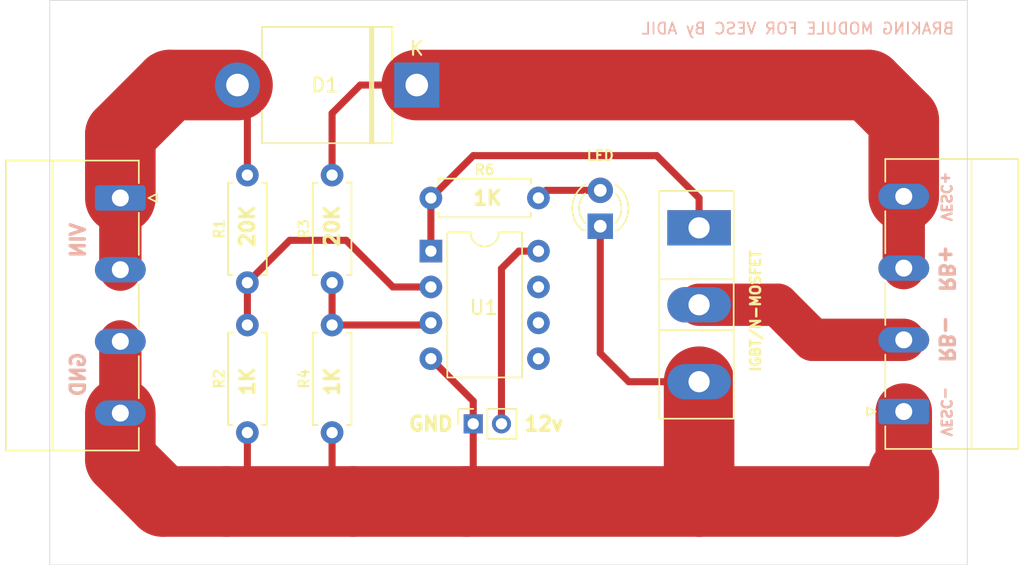
<source format=kicad_pcb>
(kicad_pcb (version 20171130) (host pcbnew "(5.1.12)-1")

  (general
    (thickness 1.6)
    (drawings 19)
    (tracks 57)
    (zones 0)
    (modules 12)
    (nets 10)
  )

  (page A4)
  (layers
    (0 F.Cu signal)
    (31 B.Cu signal)
    (32 B.Adhes user)
    (33 F.Adhes user)
    (34 B.Paste user)
    (35 F.Paste user)
    (36 B.SilkS user)
    (37 F.SilkS user)
    (38 B.Mask user)
    (39 F.Mask user)
    (40 Dwgs.User user)
    (41 Cmts.User user)
    (42 Eco1.User user)
    (43 Eco2.User user)
    (44 Edge.Cuts user)
    (45 Margin user)
    (46 B.CrtYd user hide)
    (47 F.CrtYd user)
    (48 B.Fab user hide)
    (49 F.Fab user hide)
  )

  (setup
    (last_trace_width 0.25)
    (user_trace_width 0.3)
    (user_trace_width 0.5)
    (user_trace_width 2.5)
    (user_trace_width 3)
    (user_trace_width 4)
    (user_trace_width 5)
    (trace_clearance 0.2)
    (zone_clearance 0.508)
    (zone_45_only no)
    (trace_min 0.2)
    (via_size 0.8)
    (via_drill 0.4)
    (via_min_size 0.4)
    (via_min_drill 0.3)
    (uvia_size 0.3)
    (uvia_drill 0.1)
    (uvias_allowed no)
    (uvia_min_size 0.2)
    (uvia_min_drill 0.1)
    (edge_width 0.05)
    (segment_width 0.2)
    (pcb_text_width 0.3)
    (pcb_text_size 1.5 1.5)
    (mod_edge_width 0.12)
    (mod_text_size 1 1)
    (mod_text_width 0.15)
    (pad_size 1.524 1.524)
    (pad_drill 0.762)
    (pad_to_mask_clearance 0)
    (aux_axis_origin 0 0)
    (grid_origin 160.65 68)
    (visible_elements 7FFFFFFF)
    (pcbplotparams
      (layerselection 0x010fc_ffffffff)
      (usegerberextensions false)
      (usegerberattributes true)
      (usegerberadvancedattributes true)
      (creategerberjobfile true)
      (excludeedgelayer true)
      (linewidth 0.100000)
      (plotframeref false)
      (viasonmask false)
      (mode 1)
      (useauxorigin false)
      (hpglpennumber 1)
      (hpglpenspeed 20)
      (hpglpendiameter 15.000000)
      (psnegative false)
      (psa4output false)
      (plotreference true)
      (plotvalue true)
      (plotinvisibletext false)
      (padsonsilk false)
      (subtractmaskfromsilk false)
      (outputformat 1)
      (mirror false)
      (drillshape 0)
      (scaleselection 1)
      (outputdirectory "GRBR/"))
  )

  (net 0 "")
  (net 1 "Net-(D1-Pad2)")
  (net 2 GND)
  (net 3 "Net-(D3-Pad2)")
  (net 4 R-)
  (net 5 "Net-(Q1-Pad1)")
  (net 6 "Net-(R1-Pad1)")
  (net 7 "Net-(R3-Pad1)")
  (net 8 "Net-(D1-Pad1)")
  (net 9 +12V)

  (net_class Default "This is the default net class."
    (clearance 0.2)
    (trace_width 0.25)
    (via_dia 0.8)
    (via_drill 0.4)
    (uvia_dia 0.3)
    (uvia_drill 0.1)
    (add_net +12V)
    (add_net GND)
    (add_net "Net-(D1-Pad1)")
    (add_net "Net-(D1-Pad2)")
    (add_net "Net-(D3-Pad2)")
    (add_net "Net-(Q1-Pad1)")
    (add_net "Net-(R1-Pad1)")
    (add_net "Net-(R3-Pad1)")
    (add_net R-)
  )

  (module Connector_PinSocket_2.00mm:PinSocket_1x02_P2.00mm_Vertical (layer F.Cu) (tedit 5A19A42F) (tstamp 621E331B)
    (at 157.65 115 90)
    (descr "Through hole straight socket strip, 1x02, 2.00mm pitch, single row (from Kicad 4.0.7), script generated")
    (tags "Through hole socket strip THT 1x02 2.00mm single row")
    (path /621F9667)
    (fp_text reference J3 (at 0 -2.5 90) (layer F.Fab)
      (effects (font (size 1 1) (thickness 0.15)))
    )
    (fp_text value Conn_01x02 (at 0 4.5 90) (layer F.Fab)
      (effects (font (size 1 1) (thickness 0.15)))
    )
    (fp_line (start -1.5 3.5) (end -1.5 -1.5) (layer F.CrtYd) (width 0.05))
    (fp_line (start 1.5 3.5) (end -1.5 3.5) (layer F.CrtYd) (width 0.05))
    (fp_line (start 1.5 -1.5) (end 1.5 3.5) (layer F.CrtYd) (width 0.05))
    (fp_line (start -1.5 -1.5) (end 1.5 -1.5) (layer F.CrtYd) (width 0.05))
    (fp_line (start 0 -1.06) (end 1.06 -1.06) (layer F.SilkS) (width 0.12))
    (fp_line (start 1.06 -1.06) (end 1.06 0) (layer F.SilkS) (width 0.12))
    (fp_line (start 1.06 1) (end 1.06 3.06) (layer F.SilkS) (width 0.12))
    (fp_line (start -1.06 3.06) (end 1.06 3.06) (layer F.SilkS) (width 0.12))
    (fp_line (start -1.06 1) (end -1.06 3.06) (layer F.SilkS) (width 0.12))
    (fp_line (start -1.06 1) (end 1.06 1) (layer F.SilkS) (width 0.12))
    (fp_line (start -1 3) (end -1 -1) (layer F.Fab) (width 0.1))
    (fp_line (start 1 3) (end -1 3) (layer F.Fab) (width 0.1))
    (fp_line (start 1 -0.5) (end 1 3) (layer F.Fab) (width 0.1))
    (fp_line (start 0.5 -1) (end 1 -0.5) (layer F.Fab) (width 0.1))
    (fp_line (start -1 -1) (end 0.5 -1) (layer F.Fab) (width 0.1))
    (fp_text user %R (at 0 1) (layer F.Fab)
      (effects (font (size 1 1) (thickness 0.15)))
    )
    (pad 2 thru_hole oval (at 0 2 90) (size 1.35 1.35) (drill 0.8) (layers *.Cu *.Mask)
      (net 9 +12V))
    (pad 1 thru_hole rect (at 0 0 90) (size 1.35 1.35) (drill 0.8) (layers *.Cu *.Mask)
      (net 2 GND))
    (model ${KISYS3DMOD}/Connector_PinSocket_2.00mm.3dshapes/PinSocket_1x02_P2.00mm_Vertical.wrl
      (at (xyz 0 0 0))
      (scale (xyz 1 1 1))
      (rotate (xyz 0 0 0))
    )
  )

  (module Resistor_THT:R_Axial_DIN0207_L6.3mm_D2.5mm_P7.62mm_Horizontal (layer F.Cu) (tedit 5AE5139B) (tstamp 614FC7B1)
    (at 154.65 99)
    (descr "Resistor, Axial_DIN0207 series, Axial, Horizontal, pin pitch=7.62mm, 0.25W = 1/4W, length*diameter=6.3*2.5mm^2, http://cdn-reichelt.de/documents/datenblatt/B400/1_4W%23YAG.pdf")
    (tags "Resistor Axial_DIN0207 series Axial Horizontal pin pitch 7.62mm 0.25W = 1/4W length 6.3mm diameter 2.5mm")
    (path /61501DD3)
    (fp_text reference R6 (at -1.5 0.75) (layer F.Fab)
      (effects (font (size 0.7 0.7) (thickness 0.15)))
    )
    (fp_text value 1K (at 3.81 2.37) (layer F.Fab)
      (effects (font (size 1 1) (thickness 0.15)))
    )
    (fp_line (start 8.67 -1.5) (end -1.05 -1.5) (layer F.CrtYd) (width 0.05))
    (fp_line (start 8.67 1.5) (end 8.67 -1.5) (layer F.CrtYd) (width 0.05))
    (fp_line (start -1.05 1.5) (end 8.67 1.5) (layer F.CrtYd) (width 0.05))
    (fp_line (start -1.05 -1.5) (end -1.05 1.5) (layer F.CrtYd) (width 0.05))
    (fp_line (start 7.08 1.37) (end 7.08 1.04) (layer F.SilkS) (width 0.12))
    (fp_line (start 0.54 1.37) (end 7.08 1.37) (layer F.SilkS) (width 0.12))
    (fp_line (start 0.54 1.04) (end 0.54 1.37) (layer F.SilkS) (width 0.12))
    (fp_line (start 7.08 -1.37) (end 7.08 -1.04) (layer F.SilkS) (width 0.12))
    (fp_line (start 0.54 -1.37) (end 7.08 -1.37) (layer F.SilkS) (width 0.12))
    (fp_line (start 0.54 -1.04) (end 0.54 -1.37) (layer F.SilkS) (width 0.12))
    (fp_line (start 7.62 0) (end 6.96 0) (layer F.Fab) (width 0.1))
    (fp_line (start 0 0) (end 0.66 0) (layer F.Fab) (width 0.1))
    (fp_line (start 6.96 -1.25) (end 0.66 -1.25) (layer F.Fab) (width 0.1))
    (fp_line (start 6.96 1.25) (end 6.96 -1.25) (layer F.Fab) (width 0.1))
    (fp_line (start 0.66 1.25) (end 6.96 1.25) (layer F.Fab) (width 0.1))
    (fp_line (start 0.66 -1.25) (end 0.66 1.25) (layer F.Fab) (width 0.1))
    (fp_text user %R (at 3.81 -2) (layer F.SilkS)
      (effects (font (size 0.7 0.7) (thickness 0.15)))
    )
    (pad 2 thru_hole oval (at 7.62 0) (size 1.6 1.6) (drill 0.8) (layers *.Cu *.Mask)
      (net 3 "Net-(D3-Pad2)"))
    (pad 1 thru_hole circle (at 0 0) (size 1.6 1.6) (drill 0.8) (layers *.Cu *.Mask)
      (net 5 "Net-(Q1-Pad1)"))
    (model ${KISYS3DMOD}/Resistor_THT.3dshapes/R_Axial_DIN0207_L6.3mm_D2.5mm_P7.62mm_Horizontal.wrl
      (at (xyz 0 0 0))
      (scale (xyz 1 1 1))
      (rotate (xyz 0 0 0))
    )
  )

  (module Package_TO_SOT_THT:TO-247-3_Vertical (layer F.Cu) (tedit 5AC86DC3) (tstamp 614FC71C)
    (at 173.65 101.115 270)
    (descr "TO-247-3, Vertical, RM 5.45mm, see https://toshiba.semicon-storage.com/us/product/mosfet/to-247-4l.html")
    (tags "TO-247-3 Vertical RM 5.45mm")
    (path /61506B10)
    (fp_text reference Q1 (at 2.54 -4.27 90) (layer F.Fab)
      (effects (font (size 1 1) (thickness 0.15)))
    )
    (fp_text value IRLZ44N (at 2.54 2.5 90) (layer F.Fab)
      (effects (font (size 1 1) (thickness 0.15)))
    )
    (fp_line (start 13.65 -2.59) (end -2.75 -2.59) (layer F.CrtYd) (width 0.05))
    (fp_line (start 13.65 2.95) (end 13.65 -2.59) (layer F.CrtYd) (width 0.05))
    (fp_line (start -2.75 2.95) (end 13.65 2.95) (layer F.CrtYd) (width 0.05))
    (fp_line (start -2.75 -2.59) (end -2.75 2.95) (layer F.CrtYd) (width 0.05))
    (fp_line (start 7.255 -2.451) (end 7.255 2.82) (layer F.SilkS) (width 0.12))
    (fp_line (start 3.646 -2.451) (end 3.646 2.82) (layer F.SilkS) (width 0.12))
    (fp_line (start 13.52 -2.451) (end 13.52 2.82) (layer F.SilkS) (width 0.12))
    (fp_line (start -2.62 -2.451) (end -2.62 2.82) (layer F.SilkS) (width 0.12))
    (fp_line (start -2.62 2.82) (end 13.52 2.82) (layer F.SilkS) (width 0.12))
    (fp_line (start -2.62 -2.451) (end 13.52 -2.451) (layer F.SilkS) (width 0.12))
    (fp_line (start 7.255 -2.33) (end 7.255 2.7) (layer F.Fab) (width 0.1))
    (fp_line (start 3.645 -2.33) (end 3.645 2.7) (layer F.Fab) (width 0.1))
    (fp_line (start 13.4 -2.33) (end -2.5 -2.33) (layer F.Fab) (width 0.1))
    (fp_line (start 13.4 2.7) (end 13.4 -2.33) (layer F.Fab) (width 0.1))
    (fp_line (start -2.5 2.7) (end 13.4 2.7) (layer F.Fab) (width 0.1))
    (fp_line (start -2.5 -2.33) (end -2.5 2.7) (layer F.Fab) (width 0.1))
    (fp_text user %R (at 2.54 -4.27 90) (layer F.Fab)
      (effects (font (size 1 1) (thickness 0.15)))
    )
    (pad 3 thru_hole oval (at 10.9 0 270) (size 2.5 4.5) (drill 1.5) (layers *.Cu *.Mask)
      (net 2 GND))
    (pad 2 thru_hole oval (at 5.45 0 270) (size 2.5 4.5) (drill 1.5) (layers *.Cu *.Mask)
      (net 4 R-))
    (pad 1 thru_hole rect (at 0 0 270) (size 2.5 4.5) (drill 1.5) (layers *.Cu *.Mask)
      (net 5 "Net-(Q1-Pad1)"))
    (model ${KISYS3DMOD}/Package_TO_SOT_THT.3dshapes/TO-247-3_Vertical.wrl
      (at (xyz 0 0 0))
      (scale (xyz 1 1 1))
      (rotate (xyz 0 0 0))
    )
  )

  (module Resistor_THT:R_Axial_DIN0207_L6.3mm_D2.5mm_P7.62mm_Horizontal (layer F.Cu) (tedit 5AE5139B) (tstamp 614FC7A4)
    (at 147.65 108 270)
    (descr "Resistor, Axial_DIN0207 series, Axial, Horizontal, pin pitch=7.62mm, 0.25W = 1/4W, length*diameter=6.3*2.5mm^2, http://cdn-reichelt.de/documents/datenblatt/B400/1_4W%23YAG.pdf")
    (tags "Resistor Axial_DIN0207 series Axial Horizontal pin pitch 7.62mm 0.25W = 1/4W length 6.3mm diameter 2.5mm")
    (path /614F8368)
    (fp_text reference R4 (at 3.810001 2 90) (layer F.SilkS)
      (effects (font (size 0.7 0.7) (thickness 0.15)))
    )
    (fp_text value 1K (at 3.81 2.37 90) (layer F.Fab)
      (effects (font (size 1 1) (thickness 0.15)))
    )
    (fp_line (start 8.67 -1.5) (end -1.05 -1.5) (layer F.CrtYd) (width 0.05))
    (fp_line (start 8.67 1.5) (end 8.67 -1.5) (layer F.CrtYd) (width 0.05))
    (fp_line (start -1.05 1.5) (end 8.67 1.5) (layer F.CrtYd) (width 0.05))
    (fp_line (start -1.05 -1.5) (end -1.05 1.5) (layer F.CrtYd) (width 0.05))
    (fp_line (start 7.08 1.37) (end 7.08 1.04) (layer F.SilkS) (width 0.12))
    (fp_line (start 0.54 1.37) (end 7.08 1.37) (layer F.SilkS) (width 0.12))
    (fp_line (start 0.54 1.04) (end 0.54 1.37) (layer F.SilkS) (width 0.12))
    (fp_line (start 7.08 -1.37) (end 7.08 -1.04) (layer F.SilkS) (width 0.12))
    (fp_line (start 0.54 -1.37) (end 7.08 -1.37) (layer F.SilkS) (width 0.12))
    (fp_line (start 0.54 -1.04) (end 0.54 -1.37) (layer F.SilkS) (width 0.12))
    (fp_line (start 7.62 0) (end 6.96 0) (layer F.Fab) (width 0.1))
    (fp_line (start 0 0) (end 0.66 0) (layer F.Fab) (width 0.1))
    (fp_line (start 6.96 -1.25) (end 0.66 -1.25) (layer F.Fab) (width 0.1))
    (fp_line (start 6.96 1.25) (end 6.96 -1.25) (layer F.Fab) (width 0.1))
    (fp_line (start 0.66 1.25) (end 6.96 1.25) (layer F.Fab) (width 0.1))
    (fp_line (start 0.66 -1.25) (end 0.66 1.25) (layer F.Fab) (width 0.1))
    (fp_text user %R (at 3.81 0 90) (layer F.Fab)
      (effects (font (size 1 1) (thickness 0.15)))
    )
    (pad 2 thru_hole oval (at 7.62 0 270) (size 1.6 1.6) (drill 0.8) (layers *.Cu *.Mask)
      (net 2 GND))
    (pad 1 thru_hole circle (at 0 0 270) (size 1.6 1.6) (drill 0.8) (layers *.Cu *.Mask)
      (net 7 "Net-(R3-Pad1)"))
    (model ${KISYS3DMOD}/Resistor_THT.3dshapes/R_Axial_DIN0207_L6.3mm_D2.5mm_P7.62mm_Horizontal.wrl
      (at (xyz 0 0 0))
      (scale (xyz 1 1 1))
      (rotate (xyz 0 0 0))
    )
  )

  (module Resistor_THT:R_Axial_DIN0207_L6.3mm_D2.5mm_P7.62mm_Horizontal (layer F.Cu) (tedit 5AE5139B) (tstamp 614FC7CD)
    (at 147.65 105 90)
    (descr "Resistor, Axial_DIN0207 series, Axial, Horizontal, pin pitch=7.62mm, 0.25W = 1/4W, length*diameter=6.3*2.5mm^2, http://cdn-reichelt.de/documents/datenblatt/B400/1_4W%23YAG.pdf")
    (tags "Resistor Axial_DIN0207 series Axial Horizontal pin pitch 7.62mm 0.25W = 1/4W length 6.3mm diameter 2.5mm")
    (path /614F971A)
    (fp_text reference R3 (at 3.809999 -2 90) (layer F.SilkS)
      (effects (font (size 0.7 0.7) (thickness 0.125)))
    )
    (fp_text value 20K (at 3.81 2.37 90) (layer F.Fab)
      (effects (font (size 1 1) (thickness 0.15)))
    )
    (fp_line (start 8.67 -1.5) (end -1.05 -1.5) (layer F.CrtYd) (width 0.05))
    (fp_line (start 8.67 1.5) (end 8.67 -1.5) (layer F.CrtYd) (width 0.05))
    (fp_line (start -1.05 1.5) (end 8.67 1.5) (layer F.CrtYd) (width 0.05))
    (fp_line (start -1.05 -1.5) (end -1.05 1.5) (layer F.CrtYd) (width 0.05))
    (fp_line (start 7.08 1.37) (end 7.08 1.04) (layer F.SilkS) (width 0.12))
    (fp_line (start 0.54 1.37) (end 7.08 1.37) (layer F.SilkS) (width 0.12))
    (fp_line (start 0.54 1.04) (end 0.54 1.37) (layer F.SilkS) (width 0.12))
    (fp_line (start 7.08 -1.37) (end 7.08 -1.04) (layer F.SilkS) (width 0.12))
    (fp_line (start 0.54 -1.37) (end 7.08 -1.37) (layer F.SilkS) (width 0.12))
    (fp_line (start 0.54 -1.04) (end 0.54 -1.37) (layer F.SilkS) (width 0.12))
    (fp_line (start 7.62 0) (end 6.96 0) (layer F.Fab) (width 0.1))
    (fp_line (start 0 0) (end 0.66 0) (layer F.Fab) (width 0.1))
    (fp_line (start 6.96 -1.25) (end 0.66 -1.25) (layer F.Fab) (width 0.1))
    (fp_line (start 6.96 1.25) (end 6.96 -1.25) (layer F.Fab) (width 0.1))
    (fp_line (start 0.66 1.25) (end 6.96 1.25) (layer F.Fab) (width 0.1))
    (fp_line (start 0.66 -1.25) (end 0.66 1.25) (layer F.Fab) (width 0.1))
    (fp_text user %R (at 3.81 0 90) (layer F.Fab)
      (effects (font (size 1 1) (thickness 0.15)))
    )
    (pad 2 thru_hole oval (at 7.62 0 90) (size 1.6 1.6) (drill 0.8) (layers *.Cu *.Mask)
      (net 8 "Net-(D1-Pad1)"))
    (pad 1 thru_hole circle (at 0 0 90) (size 1.6 1.6) (drill 0.8) (layers *.Cu *.Mask)
      (net 7 "Net-(R3-Pad1)"))
    (model ${KISYS3DMOD}/Resistor_THT.3dshapes/R_Axial_DIN0207_L6.3mm_D2.5mm_P7.62mm_Horizontal.wrl
      (at (xyz 0 0 0))
      (scale (xyz 1 1 1))
      (rotate (xyz 0 0 0))
    )
  )

  (module Resistor_THT:R_Axial_DIN0207_L6.3mm_D2.5mm_P7.62mm_Horizontal (layer F.Cu) (tedit 5AE5139B) (tstamp 614FC78A)
    (at 141.65 108 270)
    (descr "Resistor, Axial_DIN0207 series, Axial, Horizontal, pin pitch=7.62mm, 0.25W = 1/4W, length*diameter=6.3*2.5mm^2, http://cdn-reichelt.de/documents/datenblatt/B400/1_4W%23YAG.pdf")
    (tags "Resistor Axial_DIN0207 series Axial Horizontal pin pitch 7.62mm 0.25W = 1/4W length 6.3mm diameter 2.5mm")
    (path /614F8E8B)
    (fp_text reference R2 (at 3.810001 2 90) (layer F.SilkS)
      (effects (font (size 0.7 0.7) (thickness 0.15)))
    )
    (fp_text value 1K (at 3.81 2.37 90) (layer F.Fab)
      (effects (font (size 1 1) (thickness 0.15)))
    )
    (fp_line (start 8.67 -1.5) (end -1.05 -1.5) (layer F.CrtYd) (width 0.05))
    (fp_line (start 8.67 1.5) (end 8.67 -1.5) (layer F.CrtYd) (width 0.05))
    (fp_line (start -1.05 1.5) (end 8.67 1.5) (layer F.CrtYd) (width 0.05))
    (fp_line (start -1.05 -1.5) (end -1.05 1.5) (layer F.CrtYd) (width 0.05))
    (fp_line (start 7.08 1.37) (end 7.08 1.04) (layer F.SilkS) (width 0.12))
    (fp_line (start 0.54 1.37) (end 7.08 1.37) (layer F.SilkS) (width 0.12))
    (fp_line (start 0.54 1.04) (end 0.54 1.37) (layer F.SilkS) (width 0.12))
    (fp_line (start 7.08 -1.37) (end 7.08 -1.04) (layer F.SilkS) (width 0.12))
    (fp_line (start 0.54 -1.37) (end 7.08 -1.37) (layer F.SilkS) (width 0.12))
    (fp_line (start 0.54 -1.04) (end 0.54 -1.37) (layer F.SilkS) (width 0.12))
    (fp_line (start 7.62 0) (end 6.96 0) (layer F.Fab) (width 0.1))
    (fp_line (start 0 0) (end 0.66 0) (layer F.Fab) (width 0.1))
    (fp_line (start 6.96 -1.25) (end 0.66 -1.25) (layer F.Fab) (width 0.1))
    (fp_line (start 6.96 1.25) (end 6.96 -1.25) (layer F.Fab) (width 0.1))
    (fp_line (start 0.66 1.25) (end 6.96 1.25) (layer F.Fab) (width 0.1))
    (fp_line (start 0.66 -1.25) (end 0.66 1.25) (layer F.Fab) (width 0.1))
    (fp_text user %R (at 3.81 0 90) (layer F.Fab)
      (effects (font (size 1 1) (thickness 0.15)))
    )
    (pad 2 thru_hole oval (at 7.62 0 270) (size 1.6 1.6) (drill 0.8) (layers *.Cu *.Mask)
      (net 2 GND))
    (pad 1 thru_hole circle (at 0 0 270) (size 1.6 1.6) (drill 0.8) (layers *.Cu *.Mask)
      (net 6 "Net-(R1-Pad1)"))
    (model ${KISYS3DMOD}/Resistor_THT.3dshapes/R_Axial_DIN0207_L6.3mm_D2.5mm_P7.62mm_Horizontal.wrl
      (at (xyz 0 0 0))
      (scale (xyz 1 1 1))
      (rotate (xyz 0 0 0))
    )
  )

  (module Resistor_THT:R_Axial_DIN0207_L6.3mm_D2.5mm_P7.62mm_Horizontal (layer F.Cu) (tedit 5AE5139B) (tstamp 614FC797)
    (at 141.65 105 90)
    (descr "Resistor, Axial_DIN0207 series, Axial, Horizontal, pin pitch=7.62mm, 0.25W = 1/4W, length*diameter=6.3*2.5mm^2, http://cdn-reichelt.de/documents/datenblatt/B400/1_4W%23YAG.pdf")
    (tags "Resistor Axial_DIN0207 series Axial Horizontal pin pitch 7.62mm 0.25W = 1/4W length 6.3mm diameter 2.5mm")
    (path /614F9FF8)
    (fp_text reference R1 (at 3.809999 -2 90) (layer F.SilkS)
      (effects (font (size 0.7 0.7) (thickness 0.15)))
    )
    (fp_text value 20K (at 3.81 2.37 90) (layer F.Fab)
      (effects (font (size 1 1) (thickness 0.15)))
    )
    (fp_line (start 8.67 -1.5) (end -1.05 -1.5) (layer F.CrtYd) (width 0.05))
    (fp_line (start 8.67 1.5) (end 8.67 -1.5) (layer F.CrtYd) (width 0.05))
    (fp_line (start -1.05 1.5) (end 8.67 1.5) (layer F.CrtYd) (width 0.05))
    (fp_line (start -1.05 -1.5) (end -1.05 1.5) (layer F.CrtYd) (width 0.05))
    (fp_line (start 7.08 1.37) (end 7.08 1.04) (layer F.SilkS) (width 0.12))
    (fp_line (start 0.54 1.37) (end 7.08 1.37) (layer F.SilkS) (width 0.12))
    (fp_line (start 0.54 1.04) (end 0.54 1.37) (layer F.SilkS) (width 0.12))
    (fp_line (start 7.08 -1.37) (end 7.08 -1.04) (layer F.SilkS) (width 0.12))
    (fp_line (start 0.54 -1.37) (end 7.08 -1.37) (layer F.SilkS) (width 0.12))
    (fp_line (start 0.54 -1.04) (end 0.54 -1.37) (layer F.SilkS) (width 0.12))
    (fp_line (start 7.62 0) (end 6.96 0) (layer F.Fab) (width 0.1))
    (fp_line (start 0 0) (end 0.66 0) (layer F.Fab) (width 0.1))
    (fp_line (start 6.96 -1.25) (end 0.66 -1.25) (layer F.Fab) (width 0.1))
    (fp_line (start 6.96 1.25) (end 6.96 -1.25) (layer F.Fab) (width 0.1))
    (fp_line (start 0.66 1.25) (end 6.96 1.25) (layer F.Fab) (width 0.1))
    (fp_line (start 0.66 -1.25) (end 0.66 1.25) (layer F.Fab) (width 0.1))
    (fp_text user %R (at 3.81 0 90) (layer F.Fab)
      (effects (font (size 1 1) (thickness 0.15)))
    )
    (pad 2 thru_hole oval (at 7.62 0 90) (size 1.6 1.6) (drill 0.8) (layers *.Cu *.Mask)
      (net 1 "Net-(D1-Pad2)"))
    (pad 1 thru_hole circle (at 0 0 90) (size 1.6 1.6) (drill 0.8) (layers *.Cu *.Mask)
      (net 6 "Net-(R1-Pad1)"))
    (model ${KISYS3DMOD}/Resistor_THT.3dshapes/R_Axial_DIN0207_L6.3mm_D2.5mm_P7.62mm_Horizontal.wrl
      (at (xyz 0 0 0))
      (scale (xyz 1 1 1))
      (rotate (xyz 0 0 0))
    )
  )

  (module Connector_Phoenix_MC_HighVoltage:PhoenixContact_MC_1,5_4-G-5.08_1x04_P5.08mm_Horizontal (layer F.Cu) (tedit 5B784ED2) (tstamp 614FC76C)
    (at 132.65 99 270)
    (descr "Generic Phoenix Contact connector footprint for: MC_1,5/4-G-5.08; number of pins: 04; pin pitch: 5.08mm; Angled || order number: 1836202 8A 320V")
    (tags "phoenix_contact connector MC_01x04_G_5.08mm")
    (path /61516300)
    (fp_text reference J1 (at 7.62 -3 90) (layer F.Fab)
      (effects (font (size 1 1) (thickness 0.15)))
    )
    (fp_text value Screw_Terminal_01x04 (at 7.62 9.2 90) (layer F.Fab)
      (effects (font (size 1 1) (thickness 0.15)))
    )
    (fp_line (start 0 0) (end -0.8 -1.2) (layer F.Fab) (width 0.1))
    (fp_line (start 0.8 -1.2) (end 0 0) (layer F.Fab) (width 0.1))
    (fp_line (start -0.3 -2.6) (end 0.3 -2.6) (layer F.SilkS) (width 0.12))
    (fp_line (start 0 -2) (end -0.3 -2.6) (layer F.SilkS) (width 0.12))
    (fp_line (start 0.3 -2.6) (end 0 -2) (layer F.SilkS) (width 0.12))
    (fp_line (start 18.28 -2.3) (end -3.15 -2.3) (layer F.CrtYd) (width 0.05))
    (fp_line (start 18.28 8.5) (end 18.28 -2.3) (layer F.CrtYd) (width 0.05))
    (fp_line (start -3.15 8.5) (end 18.28 8.5) (layer F.CrtYd) (width 0.05))
    (fp_line (start -3.15 -2.3) (end -3.15 8.5) (layer F.CrtYd) (width 0.05))
    (fp_line (start -2.65 4.8) (end 17.89 4.8) (layer F.SilkS) (width 0.12))
    (fp_line (start 17.78 -1.2) (end -2.54 -1.2) (layer F.Fab) (width 0.1))
    (fp_line (start 17.78 8) (end 17.78 -1.2) (layer F.Fab) (width 0.1))
    (fp_line (start -2.54 8) (end 17.78 8) (layer F.Fab) (width 0.1))
    (fp_line (start -2.54 -1.2) (end -2.54 8) (layer F.Fab) (width 0.1))
    (fp_line (start 11.21 -1.31) (end 14.19 -1.31) (layer F.SilkS) (width 0.12))
    (fp_line (start 6.13 -1.31) (end 9.11 -1.31) (layer F.SilkS) (width 0.12))
    (fp_line (start 1.05 -1.31) (end 4.03 -1.31) (layer F.SilkS) (width 0.12))
    (fp_line (start 17.89 -1.31) (end 16.29 -1.31) (layer F.SilkS) (width 0.12))
    (fp_line (start -2.65 -1.31) (end -1.05 -1.31) (layer F.SilkS) (width 0.12))
    (fp_line (start 17.89 8.11) (end 17.89 -1.31) (layer F.SilkS) (width 0.12))
    (fp_line (start -2.65 8.11) (end 17.89 8.11) (layer F.SilkS) (width 0.12))
    (fp_line (start -2.65 -1.31) (end -2.65 8.11) (layer F.SilkS) (width 0.12))
    (fp_text user %R (at 7.62 -0.5 90) (layer F.Fab)
      (effects (font (size 1 1) (thickness 0.15)))
    )
    (pad 1 thru_hole roundrect (at 0 0 270) (size 1.8 3.6) (drill 1.2) (layers *.Cu *.Mask) (roundrect_rratio 0.1388888888888889)
      (net 1 "Net-(D1-Pad2)"))
    (pad 2 thru_hole oval (at 5.08 0 270) (size 1.8 3.6) (drill 1.2) (layers *.Cu *.Mask)
      (net 1 "Net-(D1-Pad2)"))
    (pad 3 thru_hole oval (at 10.16 0 270) (size 1.8 3.6) (drill 1.2) (layers *.Cu *.Mask)
      (net 2 GND))
    (pad 4 thru_hole oval (at 15.24 0 270) (size 1.8 3.6) (drill 1.2) (layers *.Cu *.Mask)
      (net 2 GND))
    (model ${KISYS3DMOD}/Connector_Phoenix_MC_HighVoltage.3dshapes/PhoenixContact_MC_1,5_4-G-5.08_1x04_P5.08mm_Horizontal.wrl
      (at (xyz 0 0 0))
      (scale (xyz 1 1 1))
      (rotate (xyz 0 0 0))
    )
  )

  (module Connector_Phoenix_MC_HighVoltage:PhoenixContact_MC_1,5_4-G-5.08_1x04_P5.08mm_Horizontal (layer F.Cu) (tedit 5B784ED2) (tstamp 614FC735)
    (at 188.15 114.13 90)
    (descr "Generic Phoenix Contact connector footprint for: MC_1,5/4-G-5.08; number of pins: 04; pin pitch: 5.08mm; Angled || order number: 1836202 8A 320V")
    (tags "phoenix_contact connector MC_01x04_G_5.08mm")
    (path /61515978)
    (fp_text reference J2 (at 7.62 -3 90) (layer F.Fab)
      (effects (font (size 1 1) (thickness 0.15)))
    )
    (fp_text value Screw_Terminal_01x04 (at 7.62 9.2 90) (layer F.Fab)
      (effects (font (size 1 1) (thickness 0.15)))
    )
    (fp_line (start 0 0) (end -0.8 -1.2) (layer F.Fab) (width 0.1))
    (fp_line (start 0.8 -1.2) (end 0 0) (layer F.Fab) (width 0.1))
    (fp_line (start -0.3 -2.6) (end 0.3 -2.6) (layer F.SilkS) (width 0.12))
    (fp_line (start 0 -2) (end -0.3 -2.6) (layer F.SilkS) (width 0.12))
    (fp_line (start 0.3 -2.6) (end 0 -2) (layer F.SilkS) (width 0.12))
    (fp_line (start 18.28 -2.3) (end -3.15 -2.3) (layer F.CrtYd) (width 0.05))
    (fp_line (start 18.28 8.5) (end 18.28 -2.3) (layer F.CrtYd) (width 0.05))
    (fp_line (start -3.15 8.5) (end 18.28 8.5) (layer F.CrtYd) (width 0.05))
    (fp_line (start -3.15 -2.3) (end -3.15 8.5) (layer F.CrtYd) (width 0.05))
    (fp_line (start -2.65 4.8) (end 17.89 4.8) (layer F.SilkS) (width 0.12))
    (fp_line (start 17.78 -1.2) (end -2.54 -1.2) (layer F.Fab) (width 0.1))
    (fp_line (start 17.78 8) (end 17.78 -1.2) (layer F.Fab) (width 0.1))
    (fp_line (start -2.54 8) (end 17.78 8) (layer F.Fab) (width 0.1))
    (fp_line (start -2.54 -1.2) (end -2.54 8) (layer F.Fab) (width 0.1))
    (fp_line (start 11.21 -1.31) (end 14.19 -1.31) (layer F.SilkS) (width 0.12))
    (fp_line (start 6.13 -1.31) (end 9.11 -1.31) (layer F.SilkS) (width 0.12))
    (fp_line (start 1.05 -1.31) (end 4.03 -1.31) (layer F.SilkS) (width 0.12))
    (fp_line (start 17.89 -1.31) (end 16.29 -1.31) (layer F.SilkS) (width 0.12))
    (fp_line (start -2.65 -1.31) (end -1.05 -1.31) (layer F.SilkS) (width 0.12))
    (fp_line (start 17.89 8.11) (end 17.89 -1.31) (layer F.SilkS) (width 0.12))
    (fp_line (start -2.65 8.11) (end 17.89 8.11) (layer F.SilkS) (width 0.12))
    (fp_line (start -2.65 -1.31) (end -2.65 8.11) (layer F.SilkS) (width 0.12))
    (fp_text user %R (at 7.62 -0.5 90) (layer F.Fab)
      (effects (font (size 1 1) (thickness 0.15)))
    )
    (pad 1 thru_hole roundrect (at 0 0 90) (size 1.8 3.6) (drill 1.2) (layers *.Cu *.Mask) (roundrect_rratio 0.1388888888888889)
      (net 2 GND))
    (pad 2 thru_hole oval (at 5.08 0 90) (size 1.8 3.6) (drill 1.2) (layers *.Cu *.Mask)
      (net 4 R-))
    (pad 3 thru_hole oval (at 10.16 0 90) (size 1.8 3.6) (drill 1.2) (layers *.Cu *.Mask)
      (net 8 "Net-(D1-Pad1)"))
    (pad 4 thru_hole oval (at 15.24 0 90) (size 1.8 3.6) (drill 1.2) (layers *.Cu *.Mask)
      (net 8 "Net-(D1-Pad1)"))
    (model ${KISYS3DMOD}/Connector_Phoenix_MC_HighVoltage.3dshapes/PhoenixContact_MC_1,5_4-G-5.08_1x04_P5.08mm_Horizontal.wrl
      (at (xyz 0 0 0))
      (scale (xyz 1 1 1))
      (rotate (xyz 0 0 0))
    )
  )

  (module LED_THT:LED_D3.0mm (layer F.Cu) (tedit 587A3A7B) (tstamp 614FC6EF)
    (at 166.65 101 90)
    (descr "LED, diameter 3.0mm, 2 pins")
    (tags "LED diameter 3.0mm 2 pins")
    (path /61502CAC)
    (fp_text reference LED (at 5 0 180) (layer F.SilkS)
      (effects (font (size 0.7 0.7) (thickness 0.15)))
    )
    (fp_text value LED (at 1.27 2.96 90) (layer F.Fab)
      (effects (font (size 1 1) (thickness 0.15)))
    )
    (fp_line (start 3.7 -2.25) (end -1.15 -2.25) (layer F.CrtYd) (width 0.05))
    (fp_line (start 3.7 2.25) (end 3.7 -2.25) (layer F.CrtYd) (width 0.05))
    (fp_line (start -1.15 2.25) (end 3.7 2.25) (layer F.CrtYd) (width 0.05))
    (fp_line (start -1.15 -2.25) (end -1.15 2.25) (layer F.CrtYd) (width 0.05))
    (fp_line (start -0.29 1.08) (end -0.29 1.236) (layer F.SilkS) (width 0.12))
    (fp_line (start -0.29 -1.236) (end -0.29 -1.08) (layer F.SilkS) (width 0.12))
    (fp_line (start -0.23 -1.16619) (end -0.23 1.16619) (layer F.Fab) (width 0.1))
    (fp_circle (center 1.27 0) (end 2.77 0) (layer F.Fab) (width 0.1))
    (fp_arc (start 1.27 0) (end -0.23 -1.16619) (angle 284.3) (layer F.Fab) (width 0.1))
    (fp_arc (start 1.27 0) (end -0.29 -1.235516) (angle 108.8) (layer F.SilkS) (width 0.12))
    (fp_arc (start 1.27 0) (end -0.29 1.235516) (angle -108.8) (layer F.SilkS) (width 0.12))
    (fp_arc (start 1.27 0) (end 0.229039 -1.08) (angle 87.9) (layer F.SilkS) (width 0.12))
    (fp_arc (start 1.27 0) (end 0.229039 1.08) (angle -87.9) (layer F.SilkS) (width 0.12))
    (pad 1 thru_hole rect (at 0 0 90) (size 1.8 1.8) (drill 0.9) (layers *.Cu *.Mask)
      (net 2 GND))
    (pad 2 thru_hole circle (at 2.54 0 90) (size 1.8 1.8) (drill 0.9) (layers *.Cu *.Mask)
      (net 3 "Net-(D3-Pad2)"))
    (model ${KISYS3DMOD}/LED_THT.3dshapes/LED_D3.0mm.wrl
      (at (xyz 0 0 0))
      (scale (xyz 1 1 1))
      (rotate (xyz 0 0 0))
    )
  )

  (module Diode_THT:D_5KPW_P12.70mm_Horizontal (layer F.Cu) (tedit 5AE50CD5) (tstamp 614FC6C3)
    (at 153.65 91 180)
    (descr "Diode, 5KPW series, Axial, Horizontal, pin pitch=12.7mm, , length*diameter=9*8mm^2, , http://www.diodes.com/_files/packages/8686949.gif")
    (tags "Diode 5KPW series Axial Horizontal pin pitch 12.7mm  length 9mm diameter 8mm")
    (path /614FD07E)
    (fp_text reference D1 (at 6.5 0) (layer F.SilkS)
      (effects (font (size 1 1) (thickness 0.15)))
    )
    (fp_text value D_Small (at 3.81 5.12) (layer F.Fab)
      (effects (font (size 1 1) (thickness 0.15)))
    )
    (fp_line (start 1.85 -4) (end 1.85 4) (layer F.Fab) (width 0.1))
    (fp_line (start 1.85 4) (end 10.85 4) (layer F.Fab) (width 0.1))
    (fp_line (start 10.85 4) (end 10.85 -4) (layer F.Fab) (width 0.1))
    (fp_line (start 10.85 -4) (end 1.85 -4) (layer F.Fab) (width 0.1))
    (fp_line (start 0 0) (end 1.85 0) (layer F.Fab) (width 0.1))
    (fp_line (start 12.7 0) (end 10.85 0) (layer F.Fab) (width 0.1))
    (fp_line (start 3.2 -4) (end 3.2 4) (layer F.Fab) (width 0.1))
    (fp_line (start 3.3 -4) (end 3.3 4) (layer F.Fab) (width 0.1))
    (fp_line (start 3.1 -4) (end 3.1 4) (layer F.Fab) (width 0.1))
    (fp_line (start 1.73 -1.84) (end 1.73 -4.12) (layer F.SilkS) (width 0.12))
    (fp_line (start 1.73 -4.12) (end 10.97 -4.12) (layer F.SilkS) (width 0.12))
    (fp_line (start 10.97 -4.12) (end 10.97 -1.84) (layer F.SilkS) (width 0.12))
    (fp_line (start 1.73 1.84) (end 1.73 4.12) (layer F.SilkS) (width 0.12))
    (fp_line (start 1.73 4.12) (end 10.97 4.12) (layer F.SilkS) (width 0.12))
    (fp_line (start 10.97 4.12) (end 10.97 1.84) (layer F.SilkS) (width 0.12))
    (fp_line (start 3.2 -4.12) (end 3.2 4.12) (layer F.SilkS) (width 0.12))
    (fp_line (start 3.32 -4.12) (end 3.32 4.12) (layer F.SilkS) (width 0.12))
    (fp_line (start 3.08 -4.12) (end 3.08 4.12) (layer F.SilkS) (width 0.12))
    (fp_line (start -1.85 -4.25) (end -1.85 4.25) (layer F.CrtYd) (width 0.05))
    (fp_line (start -1.85 4.25) (end 14.55 4.25) (layer F.CrtYd) (width 0.05))
    (fp_line (start 14.55 4.25) (end 14.55 -4.25) (layer F.CrtYd) (width 0.05))
    (fp_line (start 14.55 -4.25) (end -1.85 -4.25) (layer F.CrtYd) (width 0.05))
    (fp_text user %R (at 7.62 -2.1) (layer F.Fab)
      (effects (font (size 1 1) (thickness 0.15)))
    )
    (fp_text user K (at 0 2.6) (layer F.Fab)
      (effects (font (size 1 1) (thickness 0.15)))
    )
    (fp_text user K (at 0 2.6) (layer F.SilkS)
      (effects (font (size 1 1) (thickness 0.15)))
    )
    (pad 1 thru_hole rect (at 0 0 180) (size 3.2 3.2) (drill 1.6) (layers *.Cu *.Mask)
      (net 8 "Net-(D1-Pad1)"))
    (pad 2 thru_hole oval (at 12.7 0 180) (size 3.2 3.2) (drill 1.6) (layers *.Cu *.Mask)
      (net 1 "Net-(D1-Pad2)"))
    (model ${KISYS3DMOD}/Diode_THT.3dshapes/D_5KPW_P12.70mm_Horizontal.wrl
      (at (xyz 0 0 0))
      (scale (xyz 1 1 1))
      (rotate (xyz 0 0 0))
    )
  )

  (module Package_DIP:DIP-8_W7.62mm (layer F.Cu) (tedit 5A02E8C5) (tstamp 614FC701)
    (at 154.65 102.765)
    (descr "8-lead though-hole mounted DIP package, row spacing 7.62 mm (300 mils)")
    (tags "THT DIP DIL PDIP 2.54mm 7.62mm 300mil")
    (path /614EE209)
    (fp_text reference U1 (at 3.75 4) (layer F.SilkS)
      (effects (font (size 1 1) (thickness 0.15)))
    )
    (fp_text value LM358 (at 3.81 9.95) (layer F.Fab)
      (effects (font (size 1 1) (thickness 0.15)))
    )
    (fp_line (start 1.635 -1.27) (end 6.985 -1.27) (layer F.Fab) (width 0.1))
    (fp_line (start 6.985 -1.27) (end 6.985 8.89) (layer F.Fab) (width 0.1))
    (fp_line (start 6.985 8.89) (end 0.635 8.89) (layer F.Fab) (width 0.1))
    (fp_line (start 0.635 8.89) (end 0.635 -0.27) (layer F.Fab) (width 0.1))
    (fp_line (start 0.635 -0.27) (end 1.635 -1.27) (layer F.Fab) (width 0.1))
    (fp_line (start 2.81 -1.33) (end 1.16 -1.33) (layer F.SilkS) (width 0.12))
    (fp_line (start 1.16 -1.33) (end 1.16 8.95) (layer F.SilkS) (width 0.12))
    (fp_line (start 1.16 8.95) (end 6.46 8.95) (layer F.SilkS) (width 0.12))
    (fp_line (start 6.46 8.95) (end 6.46 -1.33) (layer F.SilkS) (width 0.12))
    (fp_line (start 6.46 -1.33) (end 4.81 -1.33) (layer F.SilkS) (width 0.12))
    (fp_line (start -1.1 -1.55) (end -1.1 9.15) (layer F.CrtYd) (width 0.05))
    (fp_line (start -1.1 9.15) (end 8.7 9.15) (layer F.CrtYd) (width 0.05))
    (fp_line (start 8.7 9.15) (end 8.7 -1.55) (layer F.CrtYd) (width 0.05))
    (fp_line (start 8.7 -1.55) (end -1.1 -1.55) (layer F.CrtYd) (width 0.05))
    (fp_arc (start 3.81 -1.33) (end 2.81 -1.33) (angle -180) (layer F.SilkS) (width 0.12))
    (fp_text user %R (at 3.81 3.81) (layer F.Fab)
      (effects (font (size 1 1) (thickness 0.15)))
    )
    (pad 1 thru_hole rect (at 0 0) (size 1.6 1.6) (drill 0.8) (layers *.Cu *.Mask)
      (net 5 "Net-(Q1-Pad1)"))
    (pad 5 thru_hole oval (at 7.62 7.62) (size 1.6 1.6) (drill 0.8) (layers *.Cu *.Mask))
    (pad 2 thru_hole oval (at 0 2.54) (size 1.6 1.6) (drill 0.8) (layers *.Cu *.Mask)
      (net 6 "Net-(R1-Pad1)"))
    (pad 6 thru_hole oval (at 7.62 5.08) (size 1.6 1.6) (drill 0.8) (layers *.Cu *.Mask))
    (pad 3 thru_hole oval (at 0 5.08) (size 1.6 1.6) (drill 0.8) (layers *.Cu *.Mask)
      (net 7 "Net-(R3-Pad1)"))
    (pad 7 thru_hole oval (at 7.62 2.54) (size 1.6 1.6) (drill 0.8) (layers *.Cu *.Mask))
    (pad 4 thru_hole oval (at 0 7.62) (size 1.6 1.6) (drill 0.8) (layers *.Cu *.Mask)
      (net 2 GND))
    (pad 8 thru_hole oval (at 7.62 0) (size 1.6 1.6) (drill 0.8) (layers *.Cu *.Mask)
      (net 9 +12V))
    (model ${KISYS3DMOD}/Package_DIP.3dshapes/DIP-8_W7.62mm.wrl
      (at (xyz 0 0 0))
      (scale (xyz 1 1 1))
      (rotate (xyz 0 0 0))
    )
  )

  (gr_text 1K (at 158.65 99) (layer F.SilkS) (tstamp 621E44FE)
    (effects (font (size 1 1) (thickness 0.25)))
  )
  (gr_text "IGBT/N-MOSFET\n" (at 177.65 107 90) (layer F.SilkS) (tstamp 621E44DE)
    (effects (font (size 0.7 0.7) (thickness 0.175)))
  )
  (gr_text 20K (at 147.65 101 90) (layer F.SilkS) (tstamp 621E44DC)
    (effects (font (size 1 1) (thickness 0.25)))
  )
  (gr_text 1K (at 147.65 112 90) (layer F.SilkS) (tstamp 621E44D9)
    (effects (font (size 1 1) (thickness 0.25)))
  )
  (gr_text 1K (at 141.65 112 90) (layer F.SilkS) (tstamp 621E44D7)
    (effects (font (size 1 1) (thickness 0.25)))
  )
  (gr_text 20K (at 141.65 101 90) (layer F.SilkS) (tstamp 621E44B8)
    (effects (font (size 1 1) (thickness 0.25)))
  )
  (gr_line (start 127.65 125) (end 127.65 85) (layer Edge.Cuts) (width 0.05) (tstamp 621E3B41))
  (gr_line (start 192.65 125) (end 127.65 125) (layer Edge.Cuts) (width 0.05))
  (gr_line (start 192.65 85) (end 192.65 125) (layer Edge.Cuts) (width 0.05))
  (gr_line (start 127.65 85) (end 192.65 85) (layer Edge.Cuts) (width 0.05))
  (gr_text GND (at 154.65 115) (layer F.SilkS) (tstamp 621E34FB)
    (effects (font (size 1 1) (thickness 0.25)))
  )
  (gr_text 12v (at 162.65 115) (layer F.SilkS) (tstamp 621E34F1)
    (effects (font (size 1 1) (thickness 0.25)))
  )
  (gr_text "BRAKING MODULE FOR VESC By ADIL" (at 180.65 87) (layer B.SilkS) (tstamp 614FC7E8)
    (effects (font (size 0.8 0.8) (thickness 0.125)) (justify mirror))
  )
  (gr_text VESC+ (at 191.15 98.89 270) (layer B.SilkS) (tstamp 614FC7E7)
    (effects (font (size 0.7 0.7) (thickness 0.175)) (justify mirror))
  )
  (gr_text GND (at 129.65 111.5 90) (layer B.SilkS) (tstamp 614FC6C2)
    (effects (font (size 1 1) (thickness 0.25)) (justify mirror))
  )
  (gr_text VESC- (at 191.15 114.13 270) (layer B.SilkS) (tstamp 614FC7E6)
    (effects (font (size 0.7 0.7) (thickness 0.175)) (justify mirror))
  )
  (gr_text VIN (at 129.65 102 90) (layer B.SilkS) (tstamp 614FC6C1)
    (effects (font (size 1 1) (thickness 0.25)) (justify mirror))
  )
  (gr_text RB+ (at 191.17775 104 270) (layer B.SilkS) (tstamp 614FC6C0)
    (effects (font (size 1 1) (thickness 0.25)) (justify mirror))
  )
  (gr_text RB- (at 191.17775 109 270) (layer B.SilkS) (tstamp 614FC6BF)
    (effects (font (size 1 1) (thickness 0.25)) (justify mirror))
  )

  (segment (start 141.65 91.7) (end 140.95 91) (width 0.5) (layer F.Cu) (net 1))
  (segment (start 141.65 97.38) (end 141.65 91.7) (width 0.5) (layer F.Cu) (net 1))
  (segment (start 132.65 104.08) (end 132.65 99) (width 3) (layer F.Cu) (net 1))
  (segment (start 140.95 91) (end 136.15 91) (width 5) (layer F.Cu) (net 1))
  (segment (start 132.65 94.5) (end 132.65 99) (width 5) (layer F.Cu) (net 1))
  (segment (start 136.15 91) (end 132.65 94.5) (width 5) (layer F.Cu) (net 1))
  (segment (start 157.65 113.385) (end 154.65 110.385) (width 0.5) (layer F.Cu) (net 2))
  (segment (start 157.65 115) (end 157.65 113.385) (width 0.5) (layer F.Cu) (net 2))
  (segment (start 166.65 101) (end 166.65 110) (width 0.5) (layer F.Cu) (net 2))
  (segment (start 168.665 112.015) (end 173.65 112.015) (width 0.5) (layer F.Cu) (net 2))
  (segment (start 166.65 110) (end 168.665 112.015) (width 0.5) (layer F.Cu) (net 2))
  (segment (start 132.65 114.24) (end 132.65 117.5) (width 5) (layer F.Cu) (net 2))
  (segment (start 132.65 117.5) (end 135.65 120.5) (width 5) (layer F.Cu) (net 2))
  (segment (start 173.65 112.015) (end 173.65 120.5) (width 5) (layer F.Cu) (net 2))
  (segment (start 132.65 109.16) (end 132.65 114.24) (width 3) (layer F.Cu) (net 2))
  (segment (start 188.15 114.13) (end 188.15 118.5) (width 4) (layer F.Cu) (net 2))
  (segment (start 188.15 118.5) (end 188.15 120) (width 5) (layer F.Cu) (net 2))
  (segment (start 187.65 120.5) (end 173.65 120.5) (width 5) (layer F.Cu) (net 2))
  (segment (start 188.15 120) (end 187.65 120.5) (width 5) (layer F.Cu) (net 2))
  (segment (start 141.65 119) (end 140.15 120.5) (width 0.5) (layer F.Cu) (net 2))
  (segment (start 141.65 115.62) (end 141.65 119) (width 0.5) (layer F.Cu) (net 2))
  (segment (start 135.65 120.5) (end 140.15 120.5) (width 5) (layer F.Cu) (net 2))
  (segment (start 147.65 119) (end 149.15 120.5) (width 0.5) (layer F.Cu) (net 2))
  (segment (start 147.65 115.62) (end 147.65 119) (width 0.5) (layer F.Cu) (net 2))
  (segment (start 140.15 120.5) (end 149.15 120.5) (width 5) (layer F.Cu) (net 2))
  (segment (start 157.65 120) (end 157.15 120.5) (width 0.5) (layer F.Cu) (net 2))
  (segment (start 157.65 115) (end 157.65 120) (width 0.5) (layer F.Cu) (net 2))
  (segment (start 157.15 120.5) (end 173.65 120.5) (width 5) (layer F.Cu) (net 2))
  (segment (start 149.15 120.5) (end 157.15 120.5) (width 5) (layer F.Cu) (net 2))
  (segment (start 162.81 98.46) (end 162.27 99) (width 0.5) (layer F.Cu) (net 3))
  (segment (start 166.65 98.46) (end 162.81 98.46) (width 0.5) (layer F.Cu) (net 3))
  (segment (start 173.65 106.565) (end 179.215 106.565) (width 3) (layer F.Cu) (net 4))
  (segment (start 181.7 109.05) (end 188.15 109.05) (width 3) (layer F.Cu) (net 4))
  (segment (start 179.215 106.565) (end 181.7 109.05) (width 3) (layer F.Cu) (net 4))
  (segment (start 154.65 102.765) (end 154.65 99) (width 0.5) (layer F.Cu) (net 5))
  (segment (start 154.65 99) (end 157.65 96) (width 0.5) (layer F.Cu) (net 5))
  (segment (start 157.65 96) (end 170.65 96) (width 0.5) (layer F.Cu) (net 5))
  (segment (start 173.65 99) (end 170.65 96) (width 0.5) (layer F.Cu) (net 5))
  (segment (start 173.65 101.115) (end 173.65 99) (width 0.5) (layer F.Cu) (net 5))
  (segment (start 141.65 105) (end 141.65 108) (width 0.5) (layer F.Cu) (net 6))
  (segment (start 141.65 105) (end 144.65 102) (width 0.5) (layer F.Cu) (net 6))
  (segment (start 144.65 102) (end 148.65 102) (width 0.5) (layer F.Cu) (net 6))
  (segment (start 151.955 105.305) (end 154.65 105.305) (width 0.5) (layer F.Cu) (net 6))
  (segment (start 148.65 102) (end 151.955 105.305) (width 0.5) (layer F.Cu) (net 6))
  (segment (start 147.65 105) (end 147.65 108) (width 0.5) (layer F.Cu) (net 7))
  (segment (start 154.495 108) (end 154.65 107.845) (width 0.5) (layer F.Cu) (net 7))
  (segment (start 147.65 108) (end 154.495 108) (width 0.5) (layer F.Cu) (net 7))
  (segment (start 147.65 97.38) (end 147.65 93) (width 0.5) (layer F.Cu) (net 8))
  (segment (start 149.65 91) (end 153.65 91) (width 0.5) (layer F.Cu) (net 8))
  (segment (start 147.65 93) (end 149.65 91) (width 0.5) (layer F.Cu) (net 8))
  (segment (start 188.15 98.89) (end 188.15 103.97) (width 3) (layer F.Cu) (net 8))
  (segment (start 188.15 98.89) (end 188.15 93.5) (width 5) (layer F.Cu) (net 8))
  (segment (start 185.65 91) (end 153.65 91) (width 5) (layer F.Cu) (net 8))
  (segment (start 188.15 93.5) (end 185.65 91) (width 5) (layer F.Cu) (net 8))
  (segment (start 162.27 102.765) (end 160.885 102.765) (width 0.5) (layer F.Cu) (net 9))
  (segment (start 159.65 104) (end 159.65 115) (width 0.5) (layer F.Cu) (net 9))
  (segment (start 160.885 102.765) (end 159.65 104) (width 0.5) (layer F.Cu) (net 9))

)

</source>
